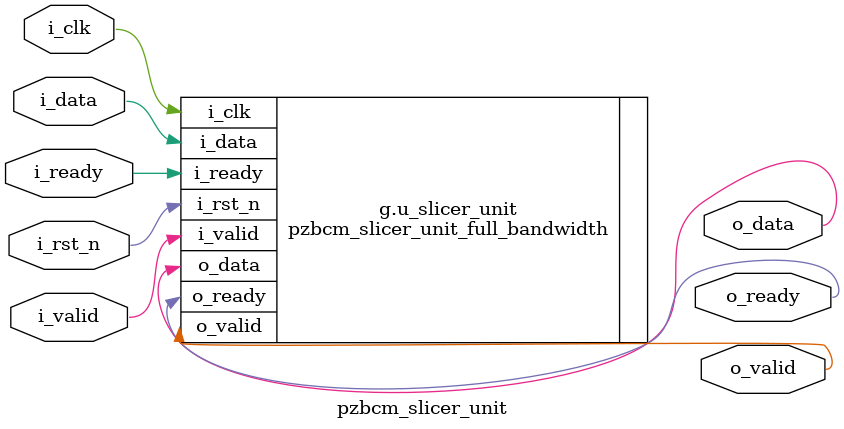
<source format=sv>
module pzbcm_slicer_unit #(
  parameter int WIDTH           = 1,
  parameter bit FULL_BANDWIDTH  = 1,
  parameter bit DISABLE_MBFF    = 0,
  parameter bit USE_RESET       = 1
)(
  input   var             i_clk,
  input   var             i_rst_n,
  input   var             i_valid,
  output  var             o_ready,
  input   var [WIDTH-1:0] i_data,
  output  var             o_valid,
  input   var             i_ready,
  output  var [WIDTH-1:0] o_data
);
  if (FULL_BANDWIDTH) begin : g
    pzbcm_slicer_unit_full_bandwidth #(
      .WIDTH        (WIDTH        ),
      .DISABLE_MBFF (DISABLE_MBFF ),
      .USE_RESET    (USE_RESET    )
    ) u_slicer_unit (
      .i_clk    (i_clk    ),
      .i_rst_n  (i_rst_n  ),
      .i_valid  (i_valid  ),
      .o_ready  (o_ready  ),
      .i_data   (i_data   ),
      .o_valid  (o_valid  ),
      .i_ready  (i_ready  ),
      .o_data   (o_data   )
    );
  end
  else begin : g
    pzbcm_slicer_unit_half_bandwidth #(
      .WIDTH        (WIDTH        ),
      .DISABLE_MBFF (DISABLE_MBFF ),
      .USE_RESET    (USE_RESET    )
    ) u_slicer_unit (
      .i_clk    (i_clk    ),
      .i_rst_n  (i_rst_n  ),
      .i_valid  (i_valid  ),
      .o_ready  (o_ready  ),
      .i_data   (i_data   ),
      .o_valid  (o_valid  ),
      .i_ready  (i_ready  ),
      .o_data   (o_data   )
    );
  end
endmodule

</source>
